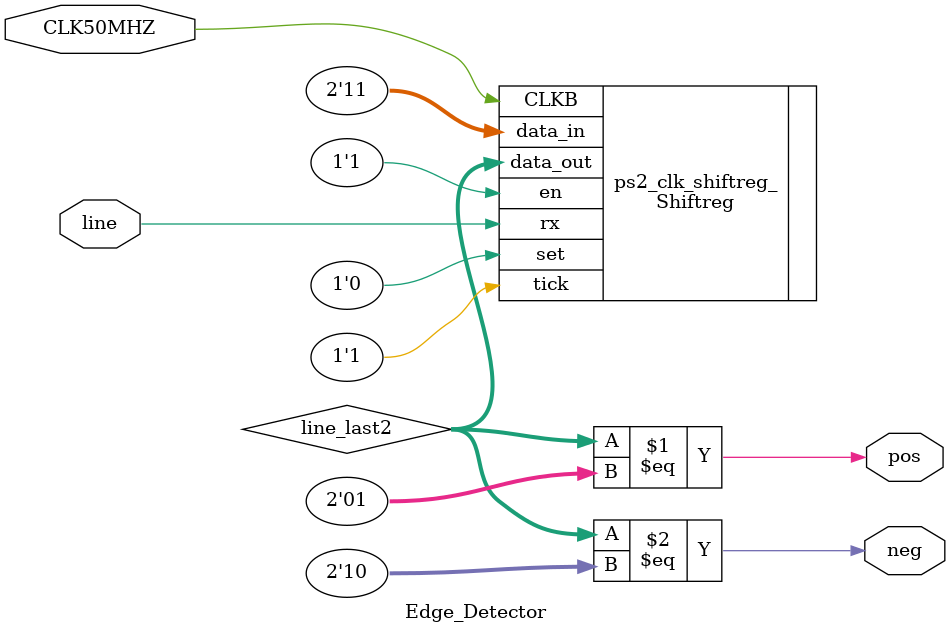
<source format=v>
`timescale 1ns / 1ps

module Edge_Detector(
    input  CLK50MHZ,
    input  line,
    output pos,
    output neg
    );

   // Record last 2 states of line

   wire [1:0]  line_last2;
   Shiftreg #(
      .WIDTH(2)
   ) ps2_clk_shiftreg_ (
           .CLKB(CLK50MHZ),
           .en(1'b1),
           .set(1'b0),
           .tick(1'b1),
           .rx(line),
           .data_in(2'b11),
           .data_out(line_last2)
           );

   // Detect negative or positive edges

   assign pos = ( line_last2 == 2'b01 );
   assign neg = ( line_last2 == 2'b10 );

endmodule
</source>
